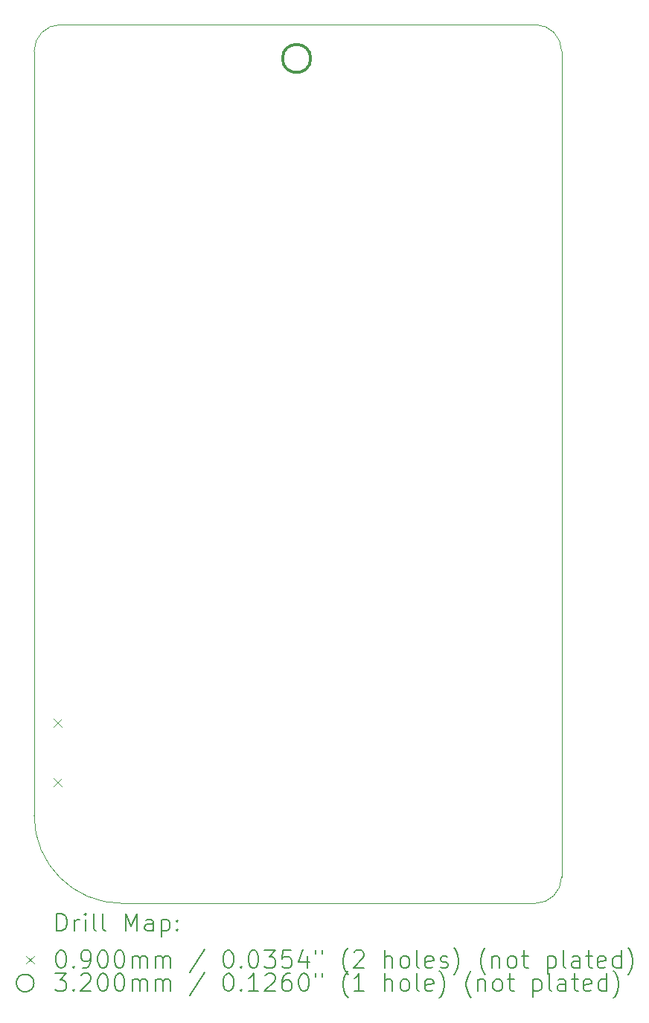
<source format=gbr>
%TF.GenerationSoftware,KiCad,Pcbnew,8.0.3-8.0.3-0~ubuntu22.04.1*%
%TF.CreationDate,2024-07-31T00:50:21+02:00*%
%TF.ProjectId,defcon32_badge,64656663-6f6e-4333-925f-62616467652e,rev?*%
%TF.SameCoordinates,Original*%
%TF.FileFunction,Drillmap*%
%TF.FilePolarity,Positive*%
%FSLAX45Y45*%
G04 Gerber Fmt 4.5, Leading zero omitted, Abs format (unit mm)*
G04 Created by KiCad (PCBNEW 8.0.3-8.0.3-0~ubuntu22.04.1) date 2024-07-31 00:50:21*
%MOMM*%
%LPD*%
G01*
G04 APERTURE LIST*
%ADD10C,0.050000*%
%ADD11C,0.200000*%
%ADD12C,0.100000*%
%ADD13C,0.320000*%
G04 APERTURE END LIST*
D10*
X11000000Y-16000000D02*
X15700000Y-16000000D01*
X16000000Y-6300000D02*
X16000000Y-15700000D01*
X10300000Y-6000000D02*
X15700000Y-6000000D01*
X10000000Y-6300000D02*
G75*
G02*
X10300000Y-6000000I300000J0D01*
G01*
X10000000Y-6300000D02*
X10000000Y-15000000D01*
X16000000Y-15700000D02*
G75*
G02*
X15700000Y-16000000I-300000J0D01*
G01*
X11000000Y-16000000D02*
G75*
G02*
X10000000Y-15000000I0J1000000D01*
G01*
X15700000Y-6000000D02*
G75*
G02*
X16000000Y-6300000I0J-300000D01*
G01*
D11*
D12*
X10225000Y-13900000D02*
X10315000Y-13990000D01*
X10315000Y-13900000D02*
X10225000Y-13990000D01*
X10225000Y-14580000D02*
X10315000Y-14670000D01*
X10315000Y-14580000D02*
X10225000Y-14670000D01*
D13*
X13145000Y-6385000D02*
G75*
G02*
X12825000Y-6385000I-160000J0D01*
G01*
X12825000Y-6385000D02*
G75*
G02*
X13145000Y-6385000I160000J0D01*
G01*
D11*
X10258277Y-16313984D02*
X10258277Y-16113984D01*
X10258277Y-16113984D02*
X10305896Y-16113984D01*
X10305896Y-16113984D02*
X10334467Y-16123508D01*
X10334467Y-16123508D02*
X10353515Y-16142555D01*
X10353515Y-16142555D02*
X10363039Y-16161603D01*
X10363039Y-16161603D02*
X10372563Y-16199698D01*
X10372563Y-16199698D02*
X10372563Y-16228269D01*
X10372563Y-16228269D02*
X10363039Y-16266365D01*
X10363039Y-16266365D02*
X10353515Y-16285412D01*
X10353515Y-16285412D02*
X10334467Y-16304460D01*
X10334467Y-16304460D02*
X10305896Y-16313984D01*
X10305896Y-16313984D02*
X10258277Y-16313984D01*
X10458277Y-16313984D02*
X10458277Y-16180650D01*
X10458277Y-16218746D02*
X10467801Y-16199698D01*
X10467801Y-16199698D02*
X10477324Y-16190174D01*
X10477324Y-16190174D02*
X10496372Y-16180650D01*
X10496372Y-16180650D02*
X10515420Y-16180650D01*
X10582086Y-16313984D02*
X10582086Y-16180650D01*
X10582086Y-16113984D02*
X10572563Y-16123508D01*
X10572563Y-16123508D02*
X10582086Y-16133031D01*
X10582086Y-16133031D02*
X10591610Y-16123508D01*
X10591610Y-16123508D02*
X10582086Y-16113984D01*
X10582086Y-16113984D02*
X10582086Y-16133031D01*
X10705896Y-16313984D02*
X10686848Y-16304460D01*
X10686848Y-16304460D02*
X10677324Y-16285412D01*
X10677324Y-16285412D02*
X10677324Y-16113984D01*
X10810658Y-16313984D02*
X10791610Y-16304460D01*
X10791610Y-16304460D02*
X10782086Y-16285412D01*
X10782086Y-16285412D02*
X10782086Y-16113984D01*
X11039229Y-16313984D02*
X11039229Y-16113984D01*
X11039229Y-16113984D02*
X11105896Y-16256841D01*
X11105896Y-16256841D02*
X11172563Y-16113984D01*
X11172563Y-16113984D02*
X11172563Y-16313984D01*
X11353515Y-16313984D02*
X11353515Y-16209222D01*
X11353515Y-16209222D02*
X11343991Y-16190174D01*
X11343991Y-16190174D02*
X11324943Y-16180650D01*
X11324943Y-16180650D02*
X11286848Y-16180650D01*
X11286848Y-16180650D02*
X11267801Y-16190174D01*
X11353515Y-16304460D02*
X11334467Y-16313984D01*
X11334467Y-16313984D02*
X11286848Y-16313984D01*
X11286848Y-16313984D02*
X11267801Y-16304460D01*
X11267801Y-16304460D02*
X11258277Y-16285412D01*
X11258277Y-16285412D02*
X11258277Y-16266365D01*
X11258277Y-16266365D02*
X11267801Y-16247317D01*
X11267801Y-16247317D02*
X11286848Y-16237793D01*
X11286848Y-16237793D02*
X11334467Y-16237793D01*
X11334467Y-16237793D02*
X11353515Y-16228269D01*
X11448753Y-16180650D02*
X11448753Y-16380650D01*
X11448753Y-16190174D02*
X11467801Y-16180650D01*
X11467801Y-16180650D02*
X11505896Y-16180650D01*
X11505896Y-16180650D02*
X11524943Y-16190174D01*
X11524943Y-16190174D02*
X11534467Y-16199698D01*
X11534467Y-16199698D02*
X11543991Y-16218746D01*
X11543991Y-16218746D02*
X11543991Y-16275888D01*
X11543991Y-16275888D02*
X11534467Y-16294936D01*
X11534467Y-16294936D02*
X11524943Y-16304460D01*
X11524943Y-16304460D02*
X11505896Y-16313984D01*
X11505896Y-16313984D02*
X11467801Y-16313984D01*
X11467801Y-16313984D02*
X11448753Y-16304460D01*
X11629705Y-16294936D02*
X11639229Y-16304460D01*
X11639229Y-16304460D02*
X11629705Y-16313984D01*
X11629705Y-16313984D02*
X11620182Y-16304460D01*
X11620182Y-16304460D02*
X11629705Y-16294936D01*
X11629705Y-16294936D02*
X11629705Y-16313984D01*
X11629705Y-16190174D02*
X11639229Y-16199698D01*
X11639229Y-16199698D02*
X11629705Y-16209222D01*
X11629705Y-16209222D02*
X11620182Y-16199698D01*
X11620182Y-16199698D02*
X11629705Y-16190174D01*
X11629705Y-16190174D02*
X11629705Y-16209222D01*
D12*
X9907500Y-16597500D02*
X9997500Y-16687500D01*
X9997500Y-16597500D02*
X9907500Y-16687500D01*
D11*
X10296372Y-16533984D02*
X10315420Y-16533984D01*
X10315420Y-16533984D02*
X10334467Y-16543508D01*
X10334467Y-16543508D02*
X10343991Y-16553031D01*
X10343991Y-16553031D02*
X10353515Y-16572079D01*
X10353515Y-16572079D02*
X10363039Y-16610174D01*
X10363039Y-16610174D02*
X10363039Y-16657793D01*
X10363039Y-16657793D02*
X10353515Y-16695888D01*
X10353515Y-16695888D02*
X10343991Y-16714936D01*
X10343991Y-16714936D02*
X10334467Y-16724460D01*
X10334467Y-16724460D02*
X10315420Y-16733984D01*
X10315420Y-16733984D02*
X10296372Y-16733984D01*
X10296372Y-16733984D02*
X10277324Y-16724460D01*
X10277324Y-16724460D02*
X10267801Y-16714936D01*
X10267801Y-16714936D02*
X10258277Y-16695888D01*
X10258277Y-16695888D02*
X10248753Y-16657793D01*
X10248753Y-16657793D02*
X10248753Y-16610174D01*
X10248753Y-16610174D02*
X10258277Y-16572079D01*
X10258277Y-16572079D02*
X10267801Y-16553031D01*
X10267801Y-16553031D02*
X10277324Y-16543508D01*
X10277324Y-16543508D02*
X10296372Y-16533984D01*
X10448753Y-16714936D02*
X10458277Y-16724460D01*
X10458277Y-16724460D02*
X10448753Y-16733984D01*
X10448753Y-16733984D02*
X10439229Y-16724460D01*
X10439229Y-16724460D02*
X10448753Y-16714936D01*
X10448753Y-16714936D02*
X10448753Y-16733984D01*
X10553515Y-16733984D02*
X10591610Y-16733984D01*
X10591610Y-16733984D02*
X10610658Y-16724460D01*
X10610658Y-16724460D02*
X10620182Y-16714936D01*
X10620182Y-16714936D02*
X10639229Y-16686365D01*
X10639229Y-16686365D02*
X10648753Y-16648269D01*
X10648753Y-16648269D02*
X10648753Y-16572079D01*
X10648753Y-16572079D02*
X10639229Y-16553031D01*
X10639229Y-16553031D02*
X10629705Y-16543508D01*
X10629705Y-16543508D02*
X10610658Y-16533984D01*
X10610658Y-16533984D02*
X10572563Y-16533984D01*
X10572563Y-16533984D02*
X10553515Y-16543508D01*
X10553515Y-16543508D02*
X10543991Y-16553031D01*
X10543991Y-16553031D02*
X10534467Y-16572079D01*
X10534467Y-16572079D02*
X10534467Y-16619698D01*
X10534467Y-16619698D02*
X10543991Y-16638746D01*
X10543991Y-16638746D02*
X10553515Y-16648269D01*
X10553515Y-16648269D02*
X10572563Y-16657793D01*
X10572563Y-16657793D02*
X10610658Y-16657793D01*
X10610658Y-16657793D02*
X10629705Y-16648269D01*
X10629705Y-16648269D02*
X10639229Y-16638746D01*
X10639229Y-16638746D02*
X10648753Y-16619698D01*
X10772563Y-16533984D02*
X10791610Y-16533984D01*
X10791610Y-16533984D02*
X10810658Y-16543508D01*
X10810658Y-16543508D02*
X10820182Y-16553031D01*
X10820182Y-16553031D02*
X10829705Y-16572079D01*
X10829705Y-16572079D02*
X10839229Y-16610174D01*
X10839229Y-16610174D02*
X10839229Y-16657793D01*
X10839229Y-16657793D02*
X10829705Y-16695888D01*
X10829705Y-16695888D02*
X10820182Y-16714936D01*
X10820182Y-16714936D02*
X10810658Y-16724460D01*
X10810658Y-16724460D02*
X10791610Y-16733984D01*
X10791610Y-16733984D02*
X10772563Y-16733984D01*
X10772563Y-16733984D02*
X10753515Y-16724460D01*
X10753515Y-16724460D02*
X10743991Y-16714936D01*
X10743991Y-16714936D02*
X10734467Y-16695888D01*
X10734467Y-16695888D02*
X10724944Y-16657793D01*
X10724944Y-16657793D02*
X10724944Y-16610174D01*
X10724944Y-16610174D02*
X10734467Y-16572079D01*
X10734467Y-16572079D02*
X10743991Y-16553031D01*
X10743991Y-16553031D02*
X10753515Y-16543508D01*
X10753515Y-16543508D02*
X10772563Y-16533984D01*
X10963039Y-16533984D02*
X10982086Y-16533984D01*
X10982086Y-16533984D02*
X11001134Y-16543508D01*
X11001134Y-16543508D02*
X11010658Y-16553031D01*
X11010658Y-16553031D02*
X11020182Y-16572079D01*
X11020182Y-16572079D02*
X11029705Y-16610174D01*
X11029705Y-16610174D02*
X11029705Y-16657793D01*
X11029705Y-16657793D02*
X11020182Y-16695888D01*
X11020182Y-16695888D02*
X11010658Y-16714936D01*
X11010658Y-16714936D02*
X11001134Y-16724460D01*
X11001134Y-16724460D02*
X10982086Y-16733984D01*
X10982086Y-16733984D02*
X10963039Y-16733984D01*
X10963039Y-16733984D02*
X10943991Y-16724460D01*
X10943991Y-16724460D02*
X10934467Y-16714936D01*
X10934467Y-16714936D02*
X10924944Y-16695888D01*
X10924944Y-16695888D02*
X10915420Y-16657793D01*
X10915420Y-16657793D02*
X10915420Y-16610174D01*
X10915420Y-16610174D02*
X10924944Y-16572079D01*
X10924944Y-16572079D02*
X10934467Y-16553031D01*
X10934467Y-16553031D02*
X10943991Y-16543508D01*
X10943991Y-16543508D02*
X10963039Y-16533984D01*
X11115420Y-16733984D02*
X11115420Y-16600650D01*
X11115420Y-16619698D02*
X11124944Y-16610174D01*
X11124944Y-16610174D02*
X11143991Y-16600650D01*
X11143991Y-16600650D02*
X11172563Y-16600650D01*
X11172563Y-16600650D02*
X11191610Y-16610174D01*
X11191610Y-16610174D02*
X11201134Y-16629222D01*
X11201134Y-16629222D02*
X11201134Y-16733984D01*
X11201134Y-16629222D02*
X11210658Y-16610174D01*
X11210658Y-16610174D02*
X11229705Y-16600650D01*
X11229705Y-16600650D02*
X11258277Y-16600650D01*
X11258277Y-16600650D02*
X11277324Y-16610174D01*
X11277324Y-16610174D02*
X11286848Y-16629222D01*
X11286848Y-16629222D02*
X11286848Y-16733984D01*
X11382086Y-16733984D02*
X11382086Y-16600650D01*
X11382086Y-16619698D02*
X11391610Y-16610174D01*
X11391610Y-16610174D02*
X11410658Y-16600650D01*
X11410658Y-16600650D02*
X11439229Y-16600650D01*
X11439229Y-16600650D02*
X11458277Y-16610174D01*
X11458277Y-16610174D02*
X11467801Y-16629222D01*
X11467801Y-16629222D02*
X11467801Y-16733984D01*
X11467801Y-16629222D02*
X11477324Y-16610174D01*
X11477324Y-16610174D02*
X11496372Y-16600650D01*
X11496372Y-16600650D02*
X11524943Y-16600650D01*
X11524943Y-16600650D02*
X11543991Y-16610174D01*
X11543991Y-16610174D02*
X11553515Y-16629222D01*
X11553515Y-16629222D02*
X11553515Y-16733984D01*
X11943991Y-16524460D02*
X11772563Y-16781603D01*
X12201134Y-16533984D02*
X12220182Y-16533984D01*
X12220182Y-16533984D02*
X12239229Y-16543508D01*
X12239229Y-16543508D02*
X12248753Y-16553031D01*
X12248753Y-16553031D02*
X12258277Y-16572079D01*
X12258277Y-16572079D02*
X12267801Y-16610174D01*
X12267801Y-16610174D02*
X12267801Y-16657793D01*
X12267801Y-16657793D02*
X12258277Y-16695888D01*
X12258277Y-16695888D02*
X12248753Y-16714936D01*
X12248753Y-16714936D02*
X12239229Y-16724460D01*
X12239229Y-16724460D02*
X12220182Y-16733984D01*
X12220182Y-16733984D02*
X12201134Y-16733984D01*
X12201134Y-16733984D02*
X12182086Y-16724460D01*
X12182086Y-16724460D02*
X12172563Y-16714936D01*
X12172563Y-16714936D02*
X12163039Y-16695888D01*
X12163039Y-16695888D02*
X12153515Y-16657793D01*
X12153515Y-16657793D02*
X12153515Y-16610174D01*
X12153515Y-16610174D02*
X12163039Y-16572079D01*
X12163039Y-16572079D02*
X12172563Y-16553031D01*
X12172563Y-16553031D02*
X12182086Y-16543508D01*
X12182086Y-16543508D02*
X12201134Y-16533984D01*
X12353515Y-16714936D02*
X12363039Y-16724460D01*
X12363039Y-16724460D02*
X12353515Y-16733984D01*
X12353515Y-16733984D02*
X12343991Y-16724460D01*
X12343991Y-16724460D02*
X12353515Y-16714936D01*
X12353515Y-16714936D02*
X12353515Y-16733984D01*
X12486848Y-16533984D02*
X12505896Y-16533984D01*
X12505896Y-16533984D02*
X12524944Y-16543508D01*
X12524944Y-16543508D02*
X12534467Y-16553031D01*
X12534467Y-16553031D02*
X12543991Y-16572079D01*
X12543991Y-16572079D02*
X12553515Y-16610174D01*
X12553515Y-16610174D02*
X12553515Y-16657793D01*
X12553515Y-16657793D02*
X12543991Y-16695888D01*
X12543991Y-16695888D02*
X12534467Y-16714936D01*
X12534467Y-16714936D02*
X12524944Y-16724460D01*
X12524944Y-16724460D02*
X12505896Y-16733984D01*
X12505896Y-16733984D02*
X12486848Y-16733984D01*
X12486848Y-16733984D02*
X12467801Y-16724460D01*
X12467801Y-16724460D02*
X12458277Y-16714936D01*
X12458277Y-16714936D02*
X12448753Y-16695888D01*
X12448753Y-16695888D02*
X12439229Y-16657793D01*
X12439229Y-16657793D02*
X12439229Y-16610174D01*
X12439229Y-16610174D02*
X12448753Y-16572079D01*
X12448753Y-16572079D02*
X12458277Y-16553031D01*
X12458277Y-16553031D02*
X12467801Y-16543508D01*
X12467801Y-16543508D02*
X12486848Y-16533984D01*
X12620182Y-16533984D02*
X12743991Y-16533984D01*
X12743991Y-16533984D02*
X12677325Y-16610174D01*
X12677325Y-16610174D02*
X12705896Y-16610174D01*
X12705896Y-16610174D02*
X12724944Y-16619698D01*
X12724944Y-16619698D02*
X12734467Y-16629222D01*
X12734467Y-16629222D02*
X12743991Y-16648269D01*
X12743991Y-16648269D02*
X12743991Y-16695888D01*
X12743991Y-16695888D02*
X12734467Y-16714936D01*
X12734467Y-16714936D02*
X12724944Y-16724460D01*
X12724944Y-16724460D02*
X12705896Y-16733984D01*
X12705896Y-16733984D02*
X12648753Y-16733984D01*
X12648753Y-16733984D02*
X12629706Y-16724460D01*
X12629706Y-16724460D02*
X12620182Y-16714936D01*
X12924944Y-16533984D02*
X12829706Y-16533984D01*
X12829706Y-16533984D02*
X12820182Y-16629222D01*
X12820182Y-16629222D02*
X12829706Y-16619698D01*
X12829706Y-16619698D02*
X12848753Y-16610174D01*
X12848753Y-16610174D02*
X12896372Y-16610174D01*
X12896372Y-16610174D02*
X12915420Y-16619698D01*
X12915420Y-16619698D02*
X12924944Y-16629222D01*
X12924944Y-16629222D02*
X12934467Y-16648269D01*
X12934467Y-16648269D02*
X12934467Y-16695888D01*
X12934467Y-16695888D02*
X12924944Y-16714936D01*
X12924944Y-16714936D02*
X12915420Y-16724460D01*
X12915420Y-16724460D02*
X12896372Y-16733984D01*
X12896372Y-16733984D02*
X12848753Y-16733984D01*
X12848753Y-16733984D02*
X12829706Y-16724460D01*
X12829706Y-16724460D02*
X12820182Y-16714936D01*
X13105896Y-16600650D02*
X13105896Y-16733984D01*
X13058277Y-16524460D02*
X13010658Y-16667317D01*
X13010658Y-16667317D02*
X13134467Y-16667317D01*
X13201134Y-16533984D02*
X13201134Y-16572079D01*
X13277325Y-16533984D02*
X13277325Y-16572079D01*
X13572563Y-16810174D02*
X13563039Y-16800650D01*
X13563039Y-16800650D02*
X13543991Y-16772079D01*
X13543991Y-16772079D02*
X13534468Y-16753031D01*
X13534468Y-16753031D02*
X13524944Y-16724460D01*
X13524944Y-16724460D02*
X13515420Y-16676841D01*
X13515420Y-16676841D02*
X13515420Y-16638746D01*
X13515420Y-16638746D02*
X13524944Y-16591127D01*
X13524944Y-16591127D02*
X13534468Y-16562555D01*
X13534468Y-16562555D02*
X13543991Y-16543508D01*
X13543991Y-16543508D02*
X13563039Y-16514936D01*
X13563039Y-16514936D02*
X13572563Y-16505412D01*
X13639229Y-16553031D02*
X13648753Y-16543508D01*
X13648753Y-16543508D02*
X13667801Y-16533984D01*
X13667801Y-16533984D02*
X13715420Y-16533984D01*
X13715420Y-16533984D02*
X13734468Y-16543508D01*
X13734468Y-16543508D02*
X13743991Y-16553031D01*
X13743991Y-16553031D02*
X13753515Y-16572079D01*
X13753515Y-16572079D02*
X13753515Y-16591127D01*
X13753515Y-16591127D02*
X13743991Y-16619698D01*
X13743991Y-16619698D02*
X13629706Y-16733984D01*
X13629706Y-16733984D02*
X13753515Y-16733984D01*
X13991610Y-16733984D02*
X13991610Y-16533984D01*
X14077325Y-16733984D02*
X14077325Y-16629222D01*
X14077325Y-16629222D02*
X14067801Y-16610174D01*
X14067801Y-16610174D02*
X14048753Y-16600650D01*
X14048753Y-16600650D02*
X14020182Y-16600650D01*
X14020182Y-16600650D02*
X14001134Y-16610174D01*
X14001134Y-16610174D02*
X13991610Y-16619698D01*
X14201134Y-16733984D02*
X14182087Y-16724460D01*
X14182087Y-16724460D02*
X14172563Y-16714936D01*
X14172563Y-16714936D02*
X14163039Y-16695888D01*
X14163039Y-16695888D02*
X14163039Y-16638746D01*
X14163039Y-16638746D02*
X14172563Y-16619698D01*
X14172563Y-16619698D02*
X14182087Y-16610174D01*
X14182087Y-16610174D02*
X14201134Y-16600650D01*
X14201134Y-16600650D02*
X14229706Y-16600650D01*
X14229706Y-16600650D02*
X14248753Y-16610174D01*
X14248753Y-16610174D02*
X14258277Y-16619698D01*
X14258277Y-16619698D02*
X14267801Y-16638746D01*
X14267801Y-16638746D02*
X14267801Y-16695888D01*
X14267801Y-16695888D02*
X14258277Y-16714936D01*
X14258277Y-16714936D02*
X14248753Y-16724460D01*
X14248753Y-16724460D02*
X14229706Y-16733984D01*
X14229706Y-16733984D02*
X14201134Y-16733984D01*
X14382087Y-16733984D02*
X14363039Y-16724460D01*
X14363039Y-16724460D02*
X14353515Y-16705412D01*
X14353515Y-16705412D02*
X14353515Y-16533984D01*
X14534468Y-16724460D02*
X14515420Y-16733984D01*
X14515420Y-16733984D02*
X14477325Y-16733984D01*
X14477325Y-16733984D02*
X14458277Y-16724460D01*
X14458277Y-16724460D02*
X14448753Y-16705412D01*
X14448753Y-16705412D02*
X14448753Y-16629222D01*
X14448753Y-16629222D02*
X14458277Y-16610174D01*
X14458277Y-16610174D02*
X14477325Y-16600650D01*
X14477325Y-16600650D02*
X14515420Y-16600650D01*
X14515420Y-16600650D02*
X14534468Y-16610174D01*
X14534468Y-16610174D02*
X14543991Y-16629222D01*
X14543991Y-16629222D02*
X14543991Y-16648269D01*
X14543991Y-16648269D02*
X14448753Y-16667317D01*
X14620182Y-16724460D02*
X14639230Y-16733984D01*
X14639230Y-16733984D02*
X14677325Y-16733984D01*
X14677325Y-16733984D02*
X14696372Y-16724460D01*
X14696372Y-16724460D02*
X14705896Y-16705412D01*
X14705896Y-16705412D02*
X14705896Y-16695888D01*
X14705896Y-16695888D02*
X14696372Y-16676841D01*
X14696372Y-16676841D02*
X14677325Y-16667317D01*
X14677325Y-16667317D02*
X14648753Y-16667317D01*
X14648753Y-16667317D02*
X14629706Y-16657793D01*
X14629706Y-16657793D02*
X14620182Y-16638746D01*
X14620182Y-16638746D02*
X14620182Y-16629222D01*
X14620182Y-16629222D02*
X14629706Y-16610174D01*
X14629706Y-16610174D02*
X14648753Y-16600650D01*
X14648753Y-16600650D02*
X14677325Y-16600650D01*
X14677325Y-16600650D02*
X14696372Y-16610174D01*
X14772563Y-16810174D02*
X14782087Y-16800650D01*
X14782087Y-16800650D02*
X14801134Y-16772079D01*
X14801134Y-16772079D02*
X14810658Y-16753031D01*
X14810658Y-16753031D02*
X14820182Y-16724460D01*
X14820182Y-16724460D02*
X14829706Y-16676841D01*
X14829706Y-16676841D02*
X14829706Y-16638746D01*
X14829706Y-16638746D02*
X14820182Y-16591127D01*
X14820182Y-16591127D02*
X14810658Y-16562555D01*
X14810658Y-16562555D02*
X14801134Y-16543508D01*
X14801134Y-16543508D02*
X14782087Y-16514936D01*
X14782087Y-16514936D02*
X14772563Y-16505412D01*
X15134468Y-16810174D02*
X15124944Y-16800650D01*
X15124944Y-16800650D02*
X15105896Y-16772079D01*
X15105896Y-16772079D02*
X15096372Y-16753031D01*
X15096372Y-16753031D02*
X15086849Y-16724460D01*
X15086849Y-16724460D02*
X15077325Y-16676841D01*
X15077325Y-16676841D02*
X15077325Y-16638746D01*
X15077325Y-16638746D02*
X15086849Y-16591127D01*
X15086849Y-16591127D02*
X15096372Y-16562555D01*
X15096372Y-16562555D02*
X15105896Y-16543508D01*
X15105896Y-16543508D02*
X15124944Y-16514936D01*
X15124944Y-16514936D02*
X15134468Y-16505412D01*
X15210658Y-16600650D02*
X15210658Y-16733984D01*
X15210658Y-16619698D02*
X15220182Y-16610174D01*
X15220182Y-16610174D02*
X15239230Y-16600650D01*
X15239230Y-16600650D02*
X15267801Y-16600650D01*
X15267801Y-16600650D02*
X15286849Y-16610174D01*
X15286849Y-16610174D02*
X15296372Y-16629222D01*
X15296372Y-16629222D02*
X15296372Y-16733984D01*
X15420182Y-16733984D02*
X15401134Y-16724460D01*
X15401134Y-16724460D02*
X15391611Y-16714936D01*
X15391611Y-16714936D02*
X15382087Y-16695888D01*
X15382087Y-16695888D02*
X15382087Y-16638746D01*
X15382087Y-16638746D02*
X15391611Y-16619698D01*
X15391611Y-16619698D02*
X15401134Y-16610174D01*
X15401134Y-16610174D02*
X15420182Y-16600650D01*
X15420182Y-16600650D02*
X15448753Y-16600650D01*
X15448753Y-16600650D02*
X15467801Y-16610174D01*
X15467801Y-16610174D02*
X15477325Y-16619698D01*
X15477325Y-16619698D02*
X15486849Y-16638746D01*
X15486849Y-16638746D02*
X15486849Y-16695888D01*
X15486849Y-16695888D02*
X15477325Y-16714936D01*
X15477325Y-16714936D02*
X15467801Y-16724460D01*
X15467801Y-16724460D02*
X15448753Y-16733984D01*
X15448753Y-16733984D02*
X15420182Y-16733984D01*
X15543992Y-16600650D02*
X15620182Y-16600650D01*
X15572563Y-16533984D02*
X15572563Y-16705412D01*
X15572563Y-16705412D02*
X15582087Y-16724460D01*
X15582087Y-16724460D02*
X15601134Y-16733984D01*
X15601134Y-16733984D02*
X15620182Y-16733984D01*
X15839230Y-16600650D02*
X15839230Y-16800650D01*
X15839230Y-16610174D02*
X15858277Y-16600650D01*
X15858277Y-16600650D02*
X15896373Y-16600650D01*
X15896373Y-16600650D02*
X15915420Y-16610174D01*
X15915420Y-16610174D02*
X15924944Y-16619698D01*
X15924944Y-16619698D02*
X15934468Y-16638746D01*
X15934468Y-16638746D02*
X15934468Y-16695888D01*
X15934468Y-16695888D02*
X15924944Y-16714936D01*
X15924944Y-16714936D02*
X15915420Y-16724460D01*
X15915420Y-16724460D02*
X15896373Y-16733984D01*
X15896373Y-16733984D02*
X15858277Y-16733984D01*
X15858277Y-16733984D02*
X15839230Y-16724460D01*
X16048753Y-16733984D02*
X16029706Y-16724460D01*
X16029706Y-16724460D02*
X16020182Y-16705412D01*
X16020182Y-16705412D02*
X16020182Y-16533984D01*
X16210658Y-16733984D02*
X16210658Y-16629222D01*
X16210658Y-16629222D02*
X16201134Y-16610174D01*
X16201134Y-16610174D02*
X16182087Y-16600650D01*
X16182087Y-16600650D02*
X16143992Y-16600650D01*
X16143992Y-16600650D02*
X16124944Y-16610174D01*
X16210658Y-16724460D02*
X16191611Y-16733984D01*
X16191611Y-16733984D02*
X16143992Y-16733984D01*
X16143992Y-16733984D02*
X16124944Y-16724460D01*
X16124944Y-16724460D02*
X16115420Y-16705412D01*
X16115420Y-16705412D02*
X16115420Y-16686365D01*
X16115420Y-16686365D02*
X16124944Y-16667317D01*
X16124944Y-16667317D02*
X16143992Y-16657793D01*
X16143992Y-16657793D02*
X16191611Y-16657793D01*
X16191611Y-16657793D02*
X16210658Y-16648269D01*
X16277325Y-16600650D02*
X16353515Y-16600650D01*
X16305896Y-16533984D02*
X16305896Y-16705412D01*
X16305896Y-16705412D02*
X16315420Y-16724460D01*
X16315420Y-16724460D02*
X16334468Y-16733984D01*
X16334468Y-16733984D02*
X16353515Y-16733984D01*
X16496373Y-16724460D02*
X16477325Y-16733984D01*
X16477325Y-16733984D02*
X16439230Y-16733984D01*
X16439230Y-16733984D02*
X16420182Y-16724460D01*
X16420182Y-16724460D02*
X16410658Y-16705412D01*
X16410658Y-16705412D02*
X16410658Y-16629222D01*
X16410658Y-16629222D02*
X16420182Y-16610174D01*
X16420182Y-16610174D02*
X16439230Y-16600650D01*
X16439230Y-16600650D02*
X16477325Y-16600650D01*
X16477325Y-16600650D02*
X16496373Y-16610174D01*
X16496373Y-16610174D02*
X16505896Y-16629222D01*
X16505896Y-16629222D02*
X16505896Y-16648269D01*
X16505896Y-16648269D02*
X16410658Y-16667317D01*
X16677325Y-16733984D02*
X16677325Y-16533984D01*
X16677325Y-16724460D02*
X16658277Y-16733984D01*
X16658277Y-16733984D02*
X16620182Y-16733984D01*
X16620182Y-16733984D02*
X16601134Y-16724460D01*
X16601134Y-16724460D02*
X16591611Y-16714936D01*
X16591611Y-16714936D02*
X16582087Y-16695888D01*
X16582087Y-16695888D02*
X16582087Y-16638746D01*
X16582087Y-16638746D02*
X16591611Y-16619698D01*
X16591611Y-16619698D02*
X16601134Y-16610174D01*
X16601134Y-16610174D02*
X16620182Y-16600650D01*
X16620182Y-16600650D02*
X16658277Y-16600650D01*
X16658277Y-16600650D02*
X16677325Y-16610174D01*
X16753515Y-16810174D02*
X16763039Y-16800650D01*
X16763039Y-16800650D02*
X16782087Y-16772079D01*
X16782087Y-16772079D02*
X16791611Y-16753031D01*
X16791611Y-16753031D02*
X16801135Y-16724460D01*
X16801135Y-16724460D02*
X16810658Y-16676841D01*
X16810658Y-16676841D02*
X16810658Y-16638746D01*
X16810658Y-16638746D02*
X16801135Y-16591127D01*
X16801135Y-16591127D02*
X16791611Y-16562555D01*
X16791611Y-16562555D02*
X16782087Y-16543508D01*
X16782087Y-16543508D02*
X16763039Y-16514936D01*
X16763039Y-16514936D02*
X16753515Y-16505412D01*
X9997500Y-16906500D02*
G75*
G02*
X9797500Y-16906500I-100000J0D01*
G01*
X9797500Y-16906500D02*
G75*
G02*
X9997500Y-16906500I100000J0D01*
G01*
X10239229Y-16797984D02*
X10363039Y-16797984D01*
X10363039Y-16797984D02*
X10296372Y-16874174D01*
X10296372Y-16874174D02*
X10324944Y-16874174D01*
X10324944Y-16874174D02*
X10343991Y-16883698D01*
X10343991Y-16883698D02*
X10353515Y-16893222D01*
X10353515Y-16893222D02*
X10363039Y-16912270D01*
X10363039Y-16912270D02*
X10363039Y-16959889D01*
X10363039Y-16959889D02*
X10353515Y-16978936D01*
X10353515Y-16978936D02*
X10343991Y-16988460D01*
X10343991Y-16988460D02*
X10324944Y-16997984D01*
X10324944Y-16997984D02*
X10267801Y-16997984D01*
X10267801Y-16997984D02*
X10248753Y-16988460D01*
X10248753Y-16988460D02*
X10239229Y-16978936D01*
X10448753Y-16978936D02*
X10458277Y-16988460D01*
X10458277Y-16988460D02*
X10448753Y-16997984D01*
X10448753Y-16997984D02*
X10439229Y-16988460D01*
X10439229Y-16988460D02*
X10448753Y-16978936D01*
X10448753Y-16978936D02*
X10448753Y-16997984D01*
X10534467Y-16817031D02*
X10543991Y-16807508D01*
X10543991Y-16807508D02*
X10563039Y-16797984D01*
X10563039Y-16797984D02*
X10610658Y-16797984D01*
X10610658Y-16797984D02*
X10629705Y-16807508D01*
X10629705Y-16807508D02*
X10639229Y-16817031D01*
X10639229Y-16817031D02*
X10648753Y-16836079D01*
X10648753Y-16836079D02*
X10648753Y-16855127D01*
X10648753Y-16855127D02*
X10639229Y-16883698D01*
X10639229Y-16883698D02*
X10524944Y-16997984D01*
X10524944Y-16997984D02*
X10648753Y-16997984D01*
X10772563Y-16797984D02*
X10791610Y-16797984D01*
X10791610Y-16797984D02*
X10810658Y-16807508D01*
X10810658Y-16807508D02*
X10820182Y-16817031D01*
X10820182Y-16817031D02*
X10829705Y-16836079D01*
X10829705Y-16836079D02*
X10839229Y-16874174D01*
X10839229Y-16874174D02*
X10839229Y-16921793D01*
X10839229Y-16921793D02*
X10829705Y-16959889D01*
X10829705Y-16959889D02*
X10820182Y-16978936D01*
X10820182Y-16978936D02*
X10810658Y-16988460D01*
X10810658Y-16988460D02*
X10791610Y-16997984D01*
X10791610Y-16997984D02*
X10772563Y-16997984D01*
X10772563Y-16997984D02*
X10753515Y-16988460D01*
X10753515Y-16988460D02*
X10743991Y-16978936D01*
X10743991Y-16978936D02*
X10734467Y-16959889D01*
X10734467Y-16959889D02*
X10724944Y-16921793D01*
X10724944Y-16921793D02*
X10724944Y-16874174D01*
X10724944Y-16874174D02*
X10734467Y-16836079D01*
X10734467Y-16836079D02*
X10743991Y-16817031D01*
X10743991Y-16817031D02*
X10753515Y-16807508D01*
X10753515Y-16807508D02*
X10772563Y-16797984D01*
X10963039Y-16797984D02*
X10982086Y-16797984D01*
X10982086Y-16797984D02*
X11001134Y-16807508D01*
X11001134Y-16807508D02*
X11010658Y-16817031D01*
X11010658Y-16817031D02*
X11020182Y-16836079D01*
X11020182Y-16836079D02*
X11029705Y-16874174D01*
X11029705Y-16874174D02*
X11029705Y-16921793D01*
X11029705Y-16921793D02*
X11020182Y-16959889D01*
X11020182Y-16959889D02*
X11010658Y-16978936D01*
X11010658Y-16978936D02*
X11001134Y-16988460D01*
X11001134Y-16988460D02*
X10982086Y-16997984D01*
X10982086Y-16997984D02*
X10963039Y-16997984D01*
X10963039Y-16997984D02*
X10943991Y-16988460D01*
X10943991Y-16988460D02*
X10934467Y-16978936D01*
X10934467Y-16978936D02*
X10924944Y-16959889D01*
X10924944Y-16959889D02*
X10915420Y-16921793D01*
X10915420Y-16921793D02*
X10915420Y-16874174D01*
X10915420Y-16874174D02*
X10924944Y-16836079D01*
X10924944Y-16836079D02*
X10934467Y-16817031D01*
X10934467Y-16817031D02*
X10943991Y-16807508D01*
X10943991Y-16807508D02*
X10963039Y-16797984D01*
X11115420Y-16997984D02*
X11115420Y-16864650D01*
X11115420Y-16883698D02*
X11124944Y-16874174D01*
X11124944Y-16874174D02*
X11143991Y-16864650D01*
X11143991Y-16864650D02*
X11172563Y-16864650D01*
X11172563Y-16864650D02*
X11191610Y-16874174D01*
X11191610Y-16874174D02*
X11201134Y-16893222D01*
X11201134Y-16893222D02*
X11201134Y-16997984D01*
X11201134Y-16893222D02*
X11210658Y-16874174D01*
X11210658Y-16874174D02*
X11229705Y-16864650D01*
X11229705Y-16864650D02*
X11258277Y-16864650D01*
X11258277Y-16864650D02*
X11277324Y-16874174D01*
X11277324Y-16874174D02*
X11286848Y-16893222D01*
X11286848Y-16893222D02*
X11286848Y-16997984D01*
X11382086Y-16997984D02*
X11382086Y-16864650D01*
X11382086Y-16883698D02*
X11391610Y-16874174D01*
X11391610Y-16874174D02*
X11410658Y-16864650D01*
X11410658Y-16864650D02*
X11439229Y-16864650D01*
X11439229Y-16864650D02*
X11458277Y-16874174D01*
X11458277Y-16874174D02*
X11467801Y-16893222D01*
X11467801Y-16893222D02*
X11467801Y-16997984D01*
X11467801Y-16893222D02*
X11477324Y-16874174D01*
X11477324Y-16874174D02*
X11496372Y-16864650D01*
X11496372Y-16864650D02*
X11524943Y-16864650D01*
X11524943Y-16864650D02*
X11543991Y-16874174D01*
X11543991Y-16874174D02*
X11553515Y-16893222D01*
X11553515Y-16893222D02*
X11553515Y-16997984D01*
X11943991Y-16788460D02*
X11772563Y-17045603D01*
X12201134Y-16797984D02*
X12220182Y-16797984D01*
X12220182Y-16797984D02*
X12239229Y-16807508D01*
X12239229Y-16807508D02*
X12248753Y-16817031D01*
X12248753Y-16817031D02*
X12258277Y-16836079D01*
X12258277Y-16836079D02*
X12267801Y-16874174D01*
X12267801Y-16874174D02*
X12267801Y-16921793D01*
X12267801Y-16921793D02*
X12258277Y-16959889D01*
X12258277Y-16959889D02*
X12248753Y-16978936D01*
X12248753Y-16978936D02*
X12239229Y-16988460D01*
X12239229Y-16988460D02*
X12220182Y-16997984D01*
X12220182Y-16997984D02*
X12201134Y-16997984D01*
X12201134Y-16997984D02*
X12182086Y-16988460D01*
X12182086Y-16988460D02*
X12172563Y-16978936D01*
X12172563Y-16978936D02*
X12163039Y-16959889D01*
X12163039Y-16959889D02*
X12153515Y-16921793D01*
X12153515Y-16921793D02*
X12153515Y-16874174D01*
X12153515Y-16874174D02*
X12163039Y-16836079D01*
X12163039Y-16836079D02*
X12172563Y-16817031D01*
X12172563Y-16817031D02*
X12182086Y-16807508D01*
X12182086Y-16807508D02*
X12201134Y-16797984D01*
X12353515Y-16978936D02*
X12363039Y-16988460D01*
X12363039Y-16988460D02*
X12353515Y-16997984D01*
X12353515Y-16997984D02*
X12343991Y-16988460D01*
X12343991Y-16988460D02*
X12353515Y-16978936D01*
X12353515Y-16978936D02*
X12353515Y-16997984D01*
X12553515Y-16997984D02*
X12439229Y-16997984D01*
X12496372Y-16997984D02*
X12496372Y-16797984D01*
X12496372Y-16797984D02*
X12477325Y-16826555D01*
X12477325Y-16826555D02*
X12458277Y-16845603D01*
X12458277Y-16845603D02*
X12439229Y-16855127D01*
X12629706Y-16817031D02*
X12639229Y-16807508D01*
X12639229Y-16807508D02*
X12658277Y-16797984D01*
X12658277Y-16797984D02*
X12705896Y-16797984D01*
X12705896Y-16797984D02*
X12724944Y-16807508D01*
X12724944Y-16807508D02*
X12734467Y-16817031D01*
X12734467Y-16817031D02*
X12743991Y-16836079D01*
X12743991Y-16836079D02*
X12743991Y-16855127D01*
X12743991Y-16855127D02*
X12734467Y-16883698D01*
X12734467Y-16883698D02*
X12620182Y-16997984D01*
X12620182Y-16997984D02*
X12743991Y-16997984D01*
X12915420Y-16797984D02*
X12877325Y-16797984D01*
X12877325Y-16797984D02*
X12858277Y-16807508D01*
X12858277Y-16807508D02*
X12848753Y-16817031D01*
X12848753Y-16817031D02*
X12829706Y-16845603D01*
X12829706Y-16845603D02*
X12820182Y-16883698D01*
X12820182Y-16883698D02*
X12820182Y-16959889D01*
X12820182Y-16959889D02*
X12829706Y-16978936D01*
X12829706Y-16978936D02*
X12839229Y-16988460D01*
X12839229Y-16988460D02*
X12858277Y-16997984D01*
X12858277Y-16997984D02*
X12896372Y-16997984D01*
X12896372Y-16997984D02*
X12915420Y-16988460D01*
X12915420Y-16988460D02*
X12924944Y-16978936D01*
X12924944Y-16978936D02*
X12934467Y-16959889D01*
X12934467Y-16959889D02*
X12934467Y-16912270D01*
X12934467Y-16912270D02*
X12924944Y-16893222D01*
X12924944Y-16893222D02*
X12915420Y-16883698D01*
X12915420Y-16883698D02*
X12896372Y-16874174D01*
X12896372Y-16874174D02*
X12858277Y-16874174D01*
X12858277Y-16874174D02*
X12839229Y-16883698D01*
X12839229Y-16883698D02*
X12829706Y-16893222D01*
X12829706Y-16893222D02*
X12820182Y-16912270D01*
X13058277Y-16797984D02*
X13077325Y-16797984D01*
X13077325Y-16797984D02*
X13096372Y-16807508D01*
X13096372Y-16807508D02*
X13105896Y-16817031D01*
X13105896Y-16817031D02*
X13115420Y-16836079D01*
X13115420Y-16836079D02*
X13124944Y-16874174D01*
X13124944Y-16874174D02*
X13124944Y-16921793D01*
X13124944Y-16921793D02*
X13115420Y-16959889D01*
X13115420Y-16959889D02*
X13105896Y-16978936D01*
X13105896Y-16978936D02*
X13096372Y-16988460D01*
X13096372Y-16988460D02*
X13077325Y-16997984D01*
X13077325Y-16997984D02*
X13058277Y-16997984D01*
X13058277Y-16997984D02*
X13039229Y-16988460D01*
X13039229Y-16988460D02*
X13029706Y-16978936D01*
X13029706Y-16978936D02*
X13020182Y-16959889D01*
X13020182Y-16959889D02*
X13010658Y-16921793D01*
X13010658Y-16921793D02*
X13010658Y-16874174D01*
X13010658Y-16874174D02*
X13020182Y-16836079D01*
X13020182Y-16836079D02*
X13029706Y-16817031D01*
X13029706Y-16817031D02*
X13039229Y-16807508D01*
X13039229Y-16807508D02*
X13058277Y-16797984D01*
X13201134Y-16797984D02*
X13201134Y-16836079D01*
X13277325Y-16797984D02*
X13277325Y-16836079D01*
X13572563Y-17074174D02*
X13563039Y-17064650D01*
X13563039Y-17064650D02*
X13543991Y-17036079D01*
X13543991Y-17036079D02*
X13534468Y-17017031D01*
X13534468Y-17017031D02*
X13524944Y-16988460D01*
X13524944Y-16988460D02*
X13515420Y-16940841D01*
X13515420Y-16940841D02*
X13515420Y-16902746D01*
X13515420Y-16902746D02*
X13524944Y-16855127D01*
X13524944Y-16855127D02*
X13534468Y-16826555D01*
X13534468Y-16826555D02*
X13543991Y-16807508D01*
X13543991Y-16807508D02*
X13563039Y-16778936D01*
X13563039Y-16778936D02*
X13572563Y-16769412D01*
X13753515Y-16997984D02*
X13639229Y-16997984D01*
X13696372Y-16997984D02*
X13696372Y-16797984D01*
X13696372Y-16797984D02*
X13677325Y-16826555D01*
X13677325Y-16826555D02*
X13658277Y-16845603D01*
X13658277Y-16845603D02*
X13639229Y-16855127D01*
X13991610Y-16997984D02*
X13991610Y-16797984D01*
X14077325Y-16997984D02*
X14077325Y-16893222D01*
X14077325Y-16893222D02*
X14067801Y-16874174D01*
X14067801Y-16874174D02*
X14048753Y-16864650D01*
X14048753Y-16864650D02*
X14020182Y-16864650D01*
X14020182Y-16864650D02*
X14001134Y-16874174D01*
X14001134Y-16874174D02*
X13991610Y-16883698D01*
X14201134Y-16997984D02*
X14182087Y-16988460D01*
X14182087Y-16988460D02*
X14172563Y-16978936D01*
X14172563Y-16978936D02*
X14163039Y-16959889D01*
X14163039Y-16959889D02*
X14163039Y-16902746D01*
X14163039Y-16902746D02*
X14172563Y-16883698D01*
X14172563Y-16883698D02*
X14182087Y-16874174D01*
X14182087Y-16874174D02*
X14201134Y-16864650D01*
X14201134Y-16864650D02*
X14229706Y-16864650D01*
X14229706Y-16864650D02*
X14248753Y-16874174D01*
X14248753Y-16874174D02*
X14258277Y-16883698D01*
X14258277Y-16883698D02*
X14267801Y-16902746D01*
X14267801Y-16902746D02*
X14267801Y-16959889D01*
X14267801Y-16959889D02*
X14258277Y-16978936D01*
X14258277Y-16978936D02*
X14248753Y-16988460D01*
X14248753Y-16988460D02*
X14229706Y-16997984D01*
X14229706Y-16997984D02*
X14201134Y-16997984D01*
X14382087Y-16997984D02*
X14363039Y-16988460D01*
X14363039Y-16988460D02*
X14353515Y-16969412D01*
X14353515Y-16969412D02*
X14353515Y-16797984D01*
X14534468Y-16988460D02*
X14515420Y-16997984D01*
X14515420Y-16997984D02*
X14477325Y-16997984D01*
X14477325Y-16997984D02*
X14458277Y-16988460D01*
X14458277Y-16988460D02*
X14448753Y-16969412D01*
X14448753Y-16969412D02*
X14448753Y-16893222D01*
X14448753Y-16893222D02*
X14458277Y-16874174D01*
X14458277Y-16874174D02*
X14477325Y-16864650D01*
X14477325Y-16864650D02*
X14515420Y-16864650D01*
X14515420Y-16864650D02*
X14534468Y-16874174D01*
X14534468Y-16874174D02*
X14543991Y-16893222D01*
X14543991Y-16893222D02*
X14543991Y-16912270D01*
X14543991Y-16912270D02*
X14448753Y-16931317D01*
X14610658Y-17074174D02*
X14620182Y-17064650D01*
X14620182Y-17064650D02*
X14639230Y-17036079D01*
X14639230Y-17036079D02*
X14648753Y-17017031D01*
X14648753Y-17017031D02*
X14658277Y-16988460D01*
X14658277Y-16988460D02*
X14667801Y-16940841D01*
X14667801Y-16940841D02*
X14667801Y-16902746D01*
X14667801Y-16902746D02*
X14658277Y-16855127D01*
X14658277Y-16855127D02*
X14648753Y-16826555D01*
X14648753Y-16826555D02*
X14639230Y-16807508D01*
X14639230Y-16807508D02*
X14620182Y-16778936D01*
X14620182Y-16778936D02*
X14610658Y-16769412D01*
X14972563Y-17074174D02*
X14963039Y-17064650D01*
X14963039Y-17064650D02*
X14943991Y-17036079D01*
X14943991Y-17036079D02*
X14934468Y-17017031D01*
X14934468Y-17017031D02*
X14924944Y-16988460D01*
X14924944Y-16988460D02*
X14915420Y-16940841D01*
X14915420Y-16940841D02*
X14915420Y-16902746D01*
X14915420Y-16902746D02*
X14924944Y-16855127D01*
X14924944Y-16855127D02*
X14934468Y-16826555D01*
X14934468Y-16826555D02*
X14943991Y-16807508D01*
X14943991Y-16807508D02*
X14963039Y-16778936D01*
X14963039Y-16778936D02*
X14972563Y-16769412D01*
X15048753Y-16864650D02*
X15048753Y-16997984D01*
X15048753Y-16883698D02*
X15058277Y-16874174D01*
X15058277Y-16874174D02*
X15077325Y-16864650D01*
X15077325Y-16864650D02*
X15105896Y-16864650D01*
X15105896Y-16864650D02*
X15124944Y-16874174D01*
X15124944Y-16874174D02*
X15134468Y-16893222D01*
X15134468Y-16893222D02*
X15134468Y-16997984D01*
X15258277Y-16997984D02*
X15239230Y-16988460D01*
X15239230Y-16988460D02*
X15229706Y-16978936D01*
X15229706Y-16978936D02*
X15220182Y-16959889D01*
X15220182Y-16959889D02*
X15220182Y-16902746D01*
X15220182Y-16902746D02*
X15229706Y-16883698D01*
X15229706Y-16883698D02*
X15239230Y-16874174D01*
X15239230Y-16874174D02*
X15258277Y-16864650D01*
X15258277Y-16864650D02*
X15286849Y-16864650D01*
X15286849Y-16864650D02*
X15305896Y-16874174D01*
X15305896Y-16874174D02*
X15315420Y-16883698D01*
X15315420Y-16883698D02*
X15324944Y-16902746D01*
X15324944Y-16902746D02*
X15324944Y-16959889D01*
X15324944Y-16959889D02*
X15315420Y-16978936D01*
X15315420Y-16978936D02*
X15305896Y-16988460D01*
X15305896Y-16988460D02*
X15286849Y-16997984D01*
X15286849Y-16997984D02*
X15258277Y-16997984D01*
X15382087Y-16864650D02*
X15458277Y-16864650D01*
X15410658Y-16797984D02*
X15410658Y-16969412D01*
X15410658Y-16969412D02*
X15420182Y-16988460D01*
X15420182Y-16988460D02*
X15439230Y-16997984D01*
X15439230Y-16997984D02*
X15458277Y-16997984D01*
X15677325Y-16864650D02*
X15677325Y-17064650D01*
X15677325Y-16874174D02*
X15696372Y-16864650D01*
X15696372Y-16864650D02*
X15734468Y-16864650D01*
X15734468Y-16864650D02*
X15753515Y-16874174D01*
X15753515Y-16874174D02*
X15763039Y-16883698D01*
X15763039Y-16883698D02*
X15772563Y-16902746D01*
X15772563Y-16902746D02*
X15772563Y-16959889D01*
X15772563Y-16959889D02*
X15763039Y-16978936D01*
X15763039Y-16978936D02*
X15753515Y-16988460D01*
X15753515Y-16988460D02*
X15734468Y-16997984D01*
X15734468Y-16997984D02*
X15696372Y-16997984D01*
X15696372Y-16997984D02*
X15677325Y-16988460D01*
X15886849Y-16997984D02*
X15867801Y-16988460D01*
X15867801Y-16988460D02*
X15858277Y-16969412D01*
X15858277Y-16969412D02*
X15858277Y-16797984D01*
X16048753Y-16997984D02*
X16048753Y-16893222D01*
X16048753Y-16893222D02*
X16039230Y-16874174D01*
X16039230Y-16874174D02*
X16020182Y-16864650D01*
X16020182Y-16864650D02*
X15982087Y-16864650D01*
X15982087Y-16864650D02*
X15963039Y-16874174D01*
X16048753Y-16988460D02*
X16029706Y-16997984D01*
X16029706Y-16997984D02*
X15982087Y-16997984D01*
X15982087Y-16997984D02*
X15963039Y-16988460D01*
X15963039Y-16988460D02*
X15953515Y-16969412D01*
X15953515Y-16969412D02*
X15953515Y-16950365D01*
X15953515Y-16950365D02*
X15963039Y-16931317D01*
X15963039Y-16931317D02*
X15982087Y-16921793D01*
X15982087Y-16921793D02*
X16029706Y-16921793D01*
X16029706Y-16921793D02*
X16048753Y-16912270D01*
X16115420Y-16864650D02*
X16191611Y-16864650D01*
X16143992Y-16797984D02*
X16143992Y-16969412D01*
X16143992Y-16969412D02*
X16153515Y-16988460D01*
X16153515Y-16988460D02*
X16172563Y-16997984D01*
X16172563Y-16997984D02*
X16191611Y-16997984D01*
X16334468Y-16988460D02*
X16315420Y-16997984D01*
X16315420Y-16997984D02*
X16277325Y-16997984D01*
X16277325Y-16997984D02*
X16258277Y-16988460D01*
X16258277Y-16988460D02*
X16248753Y-16969412D01*
X16248753Y-16969412D02*
X16248753Y-16893222D01*
X16248753Y-16893222D02*
X16258277Y-16874174D01*
X16258277Y-16874174D02*
X16277325Y-16864650D01*
X16277325Y-16864650D02*
X16315420Y-16864650D01*
X16315420Y-16864650D02*
X16334468Y-16874174D01*
X16334468Y-16874174D02*
X16343992Y-16893222D01*
X16343992Y-16893222D02*
X16343992Y-16912270D01*
X16343992Y-16912270D02*
X16248753Y-16931317D01*
X16515420Y-16997984D02*
X16515420Y-16797984D01*
X16515420Y-16988460D02*
X16496373Y-16997984D01*
X16496373Y-16997984D02*
X16458277Y-16997984D01*
X16458277Y-16997984D02*
X16439230Y-16988460D01*
X16439230Y-16988460D02*
X16429706Y-16978936D01*
X16429706Y-16978936D02*
X16420182Y-16959889D01*
X16420182Y-16959889D02*
X16420182Y-16902746D01*
X16420182Y-16902746D02*
X16429706Y-16883698D01*
X16429706Y-16883698D02*
X16439230Y-16874174D01*
X16439230Y-16874174D02*
X16458277Y-16864650D01*
X16458277Y-16864650D02*
X16496373Y-16864650D01*
X16496373Y-16864650D02*
X16515420Y-16874174D01*
X16591611Y-17074174D02*
X16601134Y-17064650D01*
X16601134Y-17064650D02*
X16620182Y-17036079D01*
X16620182Y-17036079D02*
X16629706Y-17017031D01*
X16629706Y-17017031D02*
X16639230Y-16988460D01*
X16639230Y-16988460D02*
X16648753Y-16940841D01*
X16648753Y-16940841D02*
X16648753Y-16902746D01*
X16648753Y-16902746D02*
X16639230Y-16855127D01*
X16639230Y-16855127D02*
X16629706Y-16826555D01*
X16629706Y-16826555D02*
X16620182Y-16807508D01*
X16620182Y-16807508D02*
X16601134Y-16778936D01*
X16601134Y-16778936D02*
X16591611Y-16769412D01*
M02*

</source>
